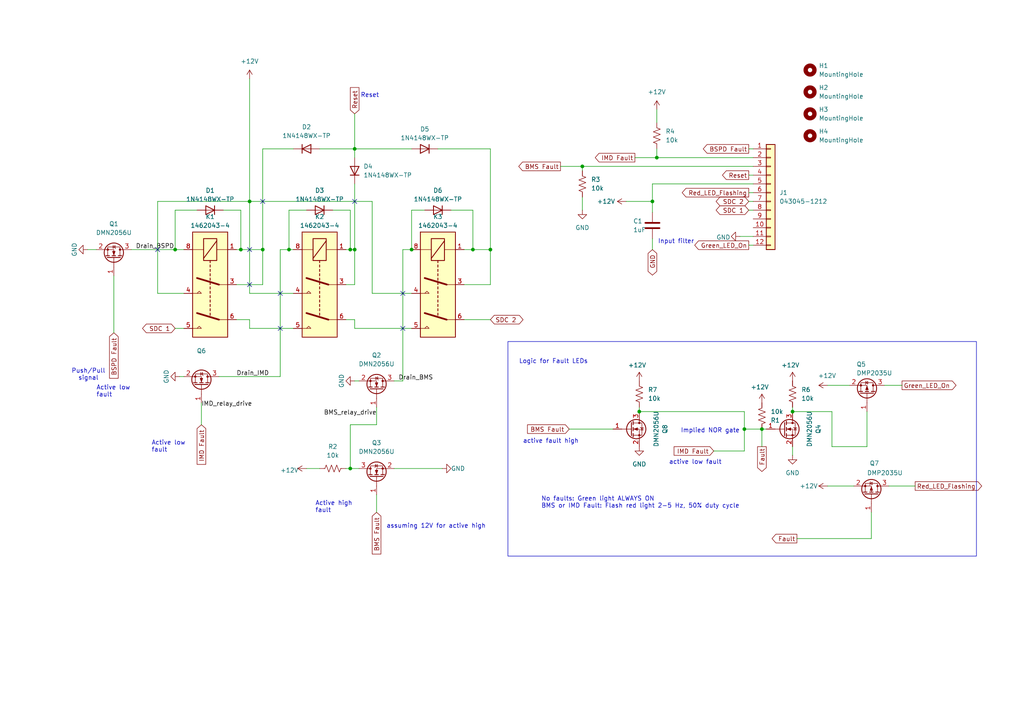
<source format=kicad_sch>
(kicad_sch (version 20250114) (generator "eeschema") (generator_version "9.0")
  (paper "A4")
  (lib_symbols
    (symbol "+12V_2" (power) (pin_names (offset 0))
      (property "Value" "+12V_2" (at 0 3.556 0))
      (symbol "+12V_2_0_1"
        (polyline (pts (xy -0.762 1.27) (xy 0 2.54)))
        (polyline (pts (xy 0 2.54) (xy 0.762 1.27)))
        (polyline (pts (xy 0 0) (xy 0 2.54)))
      )
      (symbol "+12V_2_1_1"
        (pin power_in line (at 0 0 90) (length 0) (hide yes) (name "+12V") (number "1"))
      )
    )
    (symbol "+12V_3" (power) (pin_names (offset 0))
      (property "Value" "+12V_3" (at 0 3.556 0))
      (symbol "+12V_3_0_1"
        (polyline (pts (xy -0.762 1.27) (xy 0 2.54)))
        (polyline (pts (xy 0 2.54) (xy 0.762 1.27)))
        (polyline (pts (xy 0 0) (xy 0 2.54)))
      )
      (symbol "+12V_3_1_1"
        (pin power_in line (at 0 0 90) (length 0) (hide yes) (name "+12V") (number "1"))
      )
    )
    (symbol "+12V_4" (power) (pin_names (offset 0))
      (property "Value" "+12V_4" (at 0 3.556 0))
      (symbol "+12V_4_0_1"
        (polyline (pts (xy -0.762 1.27) (xy 0 2.54)))
        (polyline (pts (xy 0 2.54) (xy 0.762 1.27)))
        (polyline (pts (xy 0 0) (xy 0 2.54)))
      )
      (symbol "+12V_4_1_1"
        (pin power_in line (at 0 0 90) (length 0) (hide yes) (name "+12V") (number "1"))
      )
    )
    (symbol "Connector_Generic:Conn_01x12" (pin_names (offset 1.016) (hide yes))
      (property "Reference" "J" (at 0 15.24 0))
      (property "Value" "Conn_01x12" (at 0 -17.78 0))
      (symbol "Conn_01x12_1_1"
        (rectangle (start -1.27 13.97) (end 1.27 -16.51) (stroke (width 0.254)) (fill (type background)))
        (rectangle (start -1.27 12.827) (end 0 12.573) (stroke (width 0.1524)))
        (rectangle (start -1.27 10.287) (end 0 10.033) (stroke (width 0.1524)))
        (rectangle (start -1.27 7.747) (end 0 7.493) (stroke (width 0.1524)))
        (rectangle (start -1.27 5.207) (end 0 4.953) (stroke (width 0.1524)))
        (rectangle (start -1.27 2.667) (end 0 2.413) (stroke (width 0.1524)))
        (rectangle (start -1.27 0.127) (end 0 -0.127) (stroke (width 0.1524)))
        (rectangle (start -1.27 -2.413) (end 0 -2.667) (stroke (width 0.1524)))
        (rectangle (start -1.27 -4.953) (end 0 -5.207) (stroke (width 0.1524)))
        (rectangle (start -1.27 -7.493) (end 0 -7.747) (stroke (width 0.1524)))
        (rectangle (start -1.27 -10.033) (end 0 -10.287) (stroke (width 0.1524)))
        (rectangle (start -1.27 -12.573) (end 0 -12.827) (stroke (width 0.1524)))
        (rectangle (start -1.27 -15.113) (end 0 -15.367) (stroke (width 0.1524)))
        (pin passive line (at -5.08 12.7 0) (length 3.81) (name "Pin_1") (number "1"))
        (pin passive line (at -5.08 10.16 0) (length 3.81) (name "Pin_2") (number "2"))
        (pin passive line (at -5.08 7.62 0) (length 3.81) (name "Pin_3") (number "3"))
        (pin passive line (at -5.08 5.08 0) (length 3.81) (name "Pin_4") (number "4"))
        (pin passive line (at -5.08 2.54 0) (length 3.81) (name "Pin_5") (number "5"))
        (pin passive line (at -5.08 0 0) (length 3.81) (name "Pin_6") (number "6"))
        (pin passive line (at -5.08 -2.54 0) (length 3.81) (name "Pin_7") (number "7"))
        (pin passive line (at -5.08 -5.08 0) (length 3.81) (name "Pin_8") (number "8"))
        (pin passive line (at -5.08 -7.62 0) (length 3.81) (name "Pin_9") (number "9"))
        (pin passive line (at -5.08 -10.16 0) (length 3.81) (name "Pin_10") (number "10"))
        (pin passive line (at -5.08 -12.7 0) (length 3.81) (name "Pin_11") (number "11"))
        (pin passive line (at -5.08 -15.24 0) (length 3.81) (name "Pin_12") (number "12"))
      )
    )
    (symbol "Device:C" (pin_numbers (hide yes)) (pin_names (offset 0.254))
      (property "Reference" "C" (at 0.635 2.54 0))
      (property "Value" "C" (at 0.635 -2.54 0))
      (symbol "C_0_1"
        (polyline (pts (xy -2.032 0.762) (xy 2.032 0.762)) (stroke (width 0.508)))
        (polyline (pts (xy -2.032 -0.762) (xy 2.032 -0.762)) (stroke (width 0.508)))
      )
      (symbol "C_1_1"
        (pin passive line (at 0 3.81 270) (length 2.794) (name "~") (number "1"))
        (pin passive line (at 0 -3.81 90) (length 2.794) (name "~") (number "2"))
      )
    )
    (symbol "Device:R_US" (pin_numbers (hide yes)) (pin_names (offset 0))
      (property "Reference" "R" (at 2.54 0 90))
      (property "Value" "R_US" (at -2.54 0 90))
      (symbol "R_US_0_1"
        (polyline (pts (xy 0 2.286) (xy 0 2.54)))
        (polyline (pts (xy 0 2.286) (xy 1.016 1.905) (xy 0 1.524) (xy -1.016 1.143) (xy 0 0.762)))
        (polyline (pts (xy 0 0.762) (xy 1.016 0.381) (xy 0 0) (xy -1.016 -0.381) (xy 0 -0.762)))
        (polyline (pts (xy 0 -0.762) (xy 1.016 -1.143) (xy 0 -1.524) (xy -1.016 -1.905) (xy 0 -2.286)))
        (polyline (pts (xy 0 -2.286) (xy 0 -2.54)))
      )
      (symbol "R_US_1_1"
        (pin passive line (at 0 3.81 270) (length 1.27) (name "~") (number "1"))
        (pin passive line (at 0 -3.81 90) (length 1.27) (name "~") (number "2"))
      )
    )
    (symbol "Diode:1N4148" (pin_numbers (hide yes)) (pin_names (hide yes))
      (property "Reference" "D" (at 0 2.54 0))
      (property "Value" "1N4148" (at 0 -2.54 0))
      (symbol "1N4148_0_1"
        (polyline (pts (xy -1.27 1.27) (xy -1.27 -1.27)) (stroke (width 0.254)))
        (polyline (pts (xy 1.27 1.27) (xy 1.27 -1.27) (xy -1.27 0) (xy 1.27 1.27)) (stroke (width 0.254)))
        (polyline (pts (xy 1.27 0) (xy -1.27 0)))
      )
      (symbol "1N4148_1_1"
        (pin passive line (at -3.81 0 0) (length 2.54) (name "K") (number "1"))
        (pin passive line (at 3.81 0 180) (length 2.54) (name "A") (number "2"))
      )
    )
    (symbol "GND_1" (power) (pin_names (offset 0))
      (property "Value" "GND_1" (at 0 -3.81 0))
      (symbol "GND_1_0_1"
        (polyline (pts (xy 0 0) (xy 0 -1.27) (xy 1.27 -1.27) (xy 0 -2.54) (xy -1.27 -1.27) (xy 0 -1.27)))
      )
      (symbol "GND_1_1_1"
        (pin power_in line (at 0 0 270) (length 0) (hide yes) (name "GND") (number "1"))
      )
    )
    (symbol "GND_2" (power) (pin_names (offset 0))
      (property "Value" "GND_2" (at 0 -3.81 0))
      (symbol "GND_2_0_1"
        (polyline (pts (xy 0 0) (xy 0 -1.27) (xy 1.27 -1.27) (xy 0 -2.54) (xy -1.27 -1.27) (xy 0 -1.27)))
      )
      (symbol "GND_2_1_1"
        (pin power_in line (at 0 0 270) (length 0) (hide yes) (name "GND") (number "1"))
      )
    )
    (symbol "GND_3" (power) (pin_numbers (hide yes)) (pin_names (offset 0) (hide yes))
      (property "Value" "GND" (at 0 -3.81 0))
      (symbol "GND_3_0_1"
        (polyline (pts (xy 0 0) (xy 0 -1.27) (xy 1.27 -1.27) (xy 0 -2.54) (xy -1.27 -1.27) (xy 0 -1.27)))
      )
      (symbol "GND_3_1_1"
        (pin power_in line (at 0 0 270) (length 0) (name "~") (number "1"))
      )
    )
    (symbol "GND_4" (power) (pin_names (offset 0))
      (property "Value" "GND_4" (at 0 -3.81 0))
      (symbol "GND_4_0_1"
        (polyline (pts (xy 0 0) (xy 0 -1.27) (xy 1.27 -1.27) (xy 0 -2.54) (xy -1.27 -1.27) (xy 0 -1.27)))
      )
      (symbol "GND_4_1_1"
        (pin power_in line (at 0 0 270) (length 0) (hide yes) (name "GND") (number "1"))
      )
    )
    (symbol "GND_6" (power) (pin_names (offset 0))
      (property "Value" "GND_6" (at 0 -3.81 0))
      (symbol "GND_6_0_1"
        (polyline (pts (xy 0 0) (xy 0 -1.27) (xy 1.27 -1.27) (xy 0 -2.54) (xy -1.27 -1.27) (xy 0 -1.27)))
      )
      (symbol "GND_6_1_1"
        (pin power_in line (at 0 0 270) (length 0) (hide yes) (name "GND") (number "1"))
      )
    )
    (symbol "Mechanical:MountingHole" (pin_names (offset 1.016)) (exclude_from_sim yes) (in_bom no)
      (property "Reference" "H" (at 0 5.08 0))
      (property "Value" "MountingHole" (at 0 3.175 0))
      (symbol "MountingHole_0_1"
        (circle (center 0 0) (radius 1.27) (stroke (width 1.27)))
      )
    )
    (symbol "RT44xxxx_2"
      (property "Reference" "K4" (at -19.685 0 90))
      (property "Value" "1462043-4" (at -17.145 0 90))
      (symbol "RT44xxxx_2_0_1"
        (rectangle (start -15.24 5.08) (end 15.24 -5.08) (stroke (width 0.254)) (fill (type background)))
        (rectangle (start -13.335 1.905) (end -6.985 -1.905) (stroke (width 0.254)))
        (polyline (pts (xy -12.7 -1.905) (xy -7.62 1.905)) (stroke (width 0.254)))
        (polyline (pts (xy -10.16 5.08) (xy -10.16 1.905)))
        (polyline (pts (xy -10.16 -5.08) (xy -10.16 -1.905)))
        (polyline (pts (xy -6.985 0) (xy -6.35 0)) (stroke (width 0.254)))
        (polyline (pts (xy -5.715 0) (xy -5.08 0)) (stroke (width 0.254)))
        (polyline (pts (xy -4.445 0) (xy -3.81 0)) (stroke (width 0.254)))
        (polyline (pts (xy -3.175 0) (xy -2.54 0)) (stroke (width 0.254)))
        (polyline (pts (xy -1.905 0) (xy -1.27 0)) (stroke (width 0.254)))
        (polyline (pts (xy -0.635 0) (xy 0 0)) (stroke (width 0.254)))
        (polyline (pts (xy 0 -2.54) (xy -1.905 3.81)) (stroke (width 0.508)))
        (polyline (pts (xy 0 -2.54) (xy 0 -5.08)))
        (polyline (pts (xy 0.635 0) (xy 1.27 0)) (stroke (width 0.254)))
        (polyline (pts (xy 1.905 0) (xy 2.54 0)) (stroke (width 0.254)))
        (polyline (pts (xy 2.54 5.08) (xy 2.54 2.54) (xy 1.905 3.175) (xy 2.54 3.81)))
        (polyline (pts (xy 3.175 0) (xy 3.81 0)) (stroke (width 0.254)))
        (polyline (pts (xy 4.445 0) (xy 5.08 0)) (stroke (width 0.254)))
        (polyline (pts (xy 5.715 0) (xy 6.35 0)) (stroke (width 0.254)))
        (polyline (pts (xy 6.985 0) (xy 7.62 0)) (stroke (width 0.254)))
        (polyline (pts (xy 8.255 0) (xy 8.89 0)) (stroke (width 0.254)))
        (polyline (pts (xy 10.16 -2.54) (xy 8.255 3.81)) (stroke (width 0.508)))
        (polyline (pts (xy 10.16 -2.54) (xy 10.16 -5.08)))
        (polyline (pts (xy 12.7 5.08) (xy 12.7 2.54) (xy 12.065 3.175) (xy 12.7 3.81)))
      )
      (symbol "RT44xxxx_2_1_1"
        (pin passive line (at -10.16 7.62 270) (length 2.54) (name "~") (number "8"))
        (pin passive line (at -10.16 -7.62 90) (length 2.54) (name "~") (number "1"))
        (pin passive line (at 0 -7.62 90) (length 2.54) (name "~") (number "3"))
        (pin passive line (at 2.54 7.62 270) (length 2.54) (name "~") (number "4"))
        (pin passive line (at 10.16 -7.62 90) (length 2.54) (name "~") (number "6"))
        (pin passive line (at 12.7 7.62 270) (length 2.54) (name "~") (number "5"))
      )
    )
    (symbol "Transistor_FET:AO3401A" (pin_names (hide yes))
      (property "Reference" "Q" (at 5.08 1.905 0))
      (property "Value" "AO3401A" (at 5.08 0 0))
      (symbol "AO3401A_0_1"
        (polyline (pts (xy 0.254 1.905) (xy 0.254 -1.905)) (stroke (width 0.254)))
        (polyline (pts (xy 0.254 0) (xy -2.54 0)))
        (polyline (pts (xy 0.762 2.286) (xy 0.762 1.27)) (stroke (width 0.254)))
        (polyline (pts (xy 0.762 1.778) (xy 3.302 1.778) (xy 3.302 -1.778) (xy 0.762 -1.778)))
        (polyline (pts (xy 0.762 0.508) (xy 0.762 -0.508)) (stroke (width 0.254)))
        (polyline (pts (xy 0.762 -1.27) (xy 0.762 -2.286)) (stroke (width 0.254)))
        (circle (center 1.651 0) (radius 2.794) (stroke (width 0.254)))
        (polyline (pts (xy 2.286 0) (xy 1.27 0.381) (xy 1.27 -0.381) (xy 2.286 0)) (fill (type outline)))
        (polyline (pts (xy 2.54 2.54) (xy 2.54 1.778)))
        (circle (center 2.54 1.778) (radius 0.254) (fill (type outline)))
        (circle (center 2.54 -1.778) (radius 0.254) (fill (type outline)))
        (polyline (pts (xy 2.54 -2.54) (xy 2.54 0) (xy 0.762 0)))
        (polyline (pts (xy 2.794 -0.508) (xy 2.921 -0.381) (xy 3.683 -0.381) (xy 3.81 -0.254)))
        (polyline (pts (xy 3.302 -0.381) (xy 2.921 0.254) (xy 3.683 0.254) (xy 3.302 -0.381)))
      )
      (symbol "AO3401A_1_1"
        (pin input line (at -5.08 0 0) (length 2.54) (name "G") (number "1"))
        (pin passive line (at 2.54 5.08 270) (length 2.54) (name "D") (number "3"))
        (pin passive line (at 2.54 -5.08 90) (length 2.54) (name "S") (number "2"))
      )
    )
    (symbol "Transistor_FET:DMN2056U" (pin_names (hide yes))
      (property "Reference" "Q" (at 5.08 1.905 0))
      (property "Value" "DMN2056U" (at 5.08 0 0))
      (symbol "DMN2056U_0_1"
        (polyline (pts (xy 0.254 1.905) (xy 0.254 -1.905)) (stroke (width 0.254)))
        (polyline (pts (xy 0.254 0) (xy -2.54 0)))
        (polyline (pts (xy 0.762 2.286) (xy 0.762 1.27)) (stroke (width 0.254)))
        (polyline (pts (xy 0.762 0.508) (xy 0.762 -0.508)) (stroke (width 0.254)))
        (polyline (pts (xy 0.762 -1.27) (xy 0.762 -2.286)) (stroke (width 0.254)))
        (polyline (pts (xy 0.762 -1.778) (xy 3.302 -1.778) (xy 3.302 1.778) (xy 0.762 1.778)))
        (polyline (pts (xy 1.016 0) (xy 2.032 0.381) (xy 2.032 -0.381) (xy 1.016 0)) (fill (type outline)))
        (circle (center 1.651 0) (radius 2.794) (stroke (width 0.254)))
        (polyline (pts (xy 2.54 2.54) (xy 2.54 1.778)))
        (circle (center 2.54 1.778) (radius 0.254) (fill (type outline)))
        (circle (center 2.54 -1.778) (radius 0.254) (fill (type outline)))
        (polyline (pts (xy 2.54 -2.54) (xy 2.54 0) (xy 0.762 0)))
        (polyline (pts (xy 2.794 0.508) (xy 2.921 0.381) (xy 3.683 0.381) (xy 3.81 0.254)))
        (polyline (pts (xy 3.302 0.381) (xy 2.921 -0.254) (xy 3.683 -0.254) (xy 3.302 0.381)))
      )
      (symbol "DMN2056U_1_1"
        (pin input line (at -5.08 0 0) (length 2.54) (name "G") (number "1"))
        (pin passive line (at 2.54 5.08 270) (length 2.54) (name "D") (number "3"))
        (pin passive line (at 2.54 -5.08 90) (length 2.54) (name "S") (number "2"))
      )
    )
  )
  (rectangle (start 147.32 99.06) (end 283.21 161.29))
  (text "Implied NOR gate" (at 205.994 124.968 0) (effects (font (size 1.27 1.27))))
  (text "Reset\n" (at 109.982 28.448 0) (effects (font (size 1.27 1.27)) (justify right bottom)))
  (text "Push/Pull\nsignal" (at 25.654 108.712 0) (effects (font (size 1.27 1.27))))
  (text "Logic for Fault LEDs" (at 160.528 104.902 0) (effects (font (size 1.27 1.27))))
  (text "Active high\nfault\n" (at 91.44 148.844 0) (effects (font (size 1.27 1.27)) (justify left bottom)))
  (text "active low fault" (at 201.676 134.112 0) (effects (font (size 1.27 1.27))))
  (text "Active low \nfault" (at 27.94 115.316 0) (effects (font (size 1.27 1.27)) (justify left bottom)))
  (text "Input filter" (at 196.088 70.104 0) (effects (font (size 1.27 1.27))))
  (text "Active low\nfault" (at 43.942 131.318 0) (effects (font (size 1.27 1.27)) (justify left bottom)))
  (text "active fault high" (at 159.766 128.016 0) (effects (font (size 1.27 1.27))))
  (text "assuming 12V for active high\n" (at 126.492 152.654 0) (effects (font (size 1.27 1.27))))
  (text "No faults: Green light ALWAYS ON\nBMS or IMD Fault: Flash red light 2-5 Hz, 50% duty cycle" (at 156.972 145.796 0) (effects (font (size 1.27 1.27)) (justify left)))
  (junction (at 215.9 124.46))
  (junction (at 83.82 72.39))
  (junction (at 102.87 43.18))
  (junction (at 102.87 72.39))
  (junction (at 185.42 119.38))
  (junction (at 142.24 72.39))
  (junction (at 72.39 58.42))
  (junction (at 220.98 124.46))
  (junction (at 101.6 72.39))
  (junction (at 190.5 45.72))
  (junction (at 101.6 135.89))
  (junction (at 229.87 119.38))
  (junction (at 50.8 72.39))
  (junction (at 168.91 48.26))
  (junction (at 69.85 72.39))
  (junction (at 137.16 72.39))
  (junction (at 76.2 72.39))
  (junction (at 119.38 72.39))
  (junction (at 189.23 58.42))
  (no_connect (at 72.39 82.55))
  (no_connect (at 81.28 85.09))
  (no_connect (at 116.84 85.09))
  (no_connect (at 76.2 58.42))
  (no_connect (at 45.72 72.39))
  (no_connect (at 72.39 72.39))
  (no_connect (at 81.28 95.25))
  (no_connect (at 116.84 95.25))
  (no_connect (at 102.87 58.42))
  (wire (pts (xy 142.24 43.18) (xy 142.24 72.39)))
  (wire (pts (xy 102.87 53.34) (xy 102.87 72.39)))
  (wire (pts (xy 190.5 45.72) (xy 218.44 45.72)))
  (wire (pts (xy 100.33 82.55) (xy 102.87 82.55)))
  (wire (pts (xy 102.87 43.18) (xy 102.87 45.72)))
  (wire (pts (xy 127 43.18) (xy 142.24 43.18)))
  (wire (pts (xy 116.84 110.49) (xy 114.3 110.49)))
  (wire (pts (xy 251.46 119.38) (xy 251.46 129.54)))
  (wire (pts (xy 101.6 72.39) (xy 100.33 72.39)))
  (wire (pts (xy 72.39 22.86) (xy 72.39 58.42)))
  (wire (pts (xy 101.6 123.19) (xy 109.22 123.19)))
  (wire (pts (xy 116.84 72.39) (xy 116.84 110.49)))
  (wire (pts (xy 69.85 60.96) (xy 69.85 72.39)))
  (wire (pts (xy 64.77 60.96) (xy 69.85 60.96)))
  (wire (pts (xy 83.82 60.96) (xy 83.82 72.39)))
  (wire (pts (xy 109.22 123.19) (xy 109.22 118.11)))
  (wire (pts (xy 68.58 82.55) (xy 76.2 82.55)))
  (wire (pts (xy 72.39 58.42) (xy 45.72 58.42)))
  (wire (pts (xy 217.17 58.42) (xy 218.44 58.42)))
  (wire (pts (xy 137.16 60.96) (xy 137.16 72.39)))
  (wire (pts (xy 102.87 110.49) (xy 104.14 110.49)))
  (wire (pts (xy 116.84 72.39) (xy 119.38 72.39)))
  (wire (pts (xy 142.24 82.55) (xy 142.24 72.39)))
  (wire (pts (xy 215.9 124.46) (xy 215.9 130.81)))
  (wire (pts (xy 185.42 118.11) (xy 185.42 119.38)))
  (wire (pts (xy 189.23 53.34) (xy 218.44 53.34)))
  (wire (pts (xy 102.87 43.18) (xy 119.38 43.18)))
  (wire (pts (xy 52.07 109.22) (xy 53.34 109.22)))
  (wire (pts (xy 181.61 58.42) (xy 189.23 58.42)))
  (wire (pts (xy 252.73 148.59) (xy 252.73 156.21)))
  (wire (pts (xy 240.03 140.97) (xy 247.65 140.97)))
  (wire (pts (xy 134.62 92.71) (xy 142.24 92.71)))
  (wire (pts (xy 33.02 80.01) (xy 33.02 96.52)))
  (wire (pts (xy 81.28 72.39) (xy 81.28 109.22)))
  (wire (pts (xy 190.5 43.18) (xy 190.5 45.72)))
  (wire (pts (xy 257.81 140.97) (xy 265.43 140.97)))
  (wire (pts (xy 102.87 33.02) (xy 102.87 43.18)))
  (wire (pts (xy 130.81 60.96) (xy 137.16 60.96)))
  (wire (pts (xy 102.87 72.39) (xy 101.6 72.39)))
  (wire (pts (xy 50.8 95.25) (xy 53.34 95.25)))
  (wire (pts (xy 69.85 72.39) (xy 68.58 72.39)))
  (wire (pts (xy 190.5 31.75) (xy 190.5 35.56)))
  (wire (pts (xy 100.33 92.71) (xy 102.87 92.71)))
  (wire (pts (xy 165.1 124.46) (xy 177.8 124.46)))
  (wire (pts (xy 220.98 124.46) (xy 215.9 124.46)))
  (wire (pts (xy 241.3 119.38) (xy 241.3 129.54)))
  (wire (pts (xy 88.9 60.96) (xy 83.82 60.96)))
  (wire (pts (xy 220.98 129.54) (xy 220.98 124.46)))
  (wire (pts (xy 240.03 111.76) (xy 246.38 111.76)))
  (wire (pts (xy 100.33 135.89) (xy 101.6 135.89)))
  (wire (pts (xy 63.5 109.22) (xy 81.28 109.22)))
  (wire (pts (xy 45.72 85.09) (xy 53.34 85.09)))
  (wire (pts (xy 101.6 135.89) (xy 104.14 135.89)))
  (wire (pts (xy 83.82 72.39) (xy 85.09 72.39)))
  (wire (pts (xy 102.87 95.25) (xy 119.38 95.25)))
  (wire (pts (xy 81.28 72.39) (xy 83.82 72.39)))
  (wire (pts (xy 185.42 119.38) (xy 215.9 119.38)))
  (wire (pts (xy 229.87 118.11) (xy 229.87 119.38)))
  (wire (pts (xy 76.2 82.55) (xy 76.2 72.39)))
  (wire (pts (xy 184.15 45.72) (xy 190.5 45.72)))
  (wire (pts (xy 168.91 48.26) (xy 168.91 49.53)))
  (wire (pts (xy 231.14 156.21) (xy 252.73 156.21)))
  (wire (pts (xy 72.39 58.42) (xy 107.95 58.42)))
  (wire (pts (xy 101.6 123.19) (xy 101.6 135.89)))
  (wire (pts (xy 217.17 43.18) (xy 218.44 43.18)))
  (wire (pts (xy 72.39 95.25) (xy 85.09 95.25)))
  (wire (pts (xy 72.39 92.71) (xy 68.58 92.71)))
  (wire (pts (xy 76.2 43.18) (xy 76.2 72.39)))
  (wire (pts (xy 72.39 85.09) (xy 85.09 85.09)))
  (wire (pts (xy 137.16 72.39) (xy 134.62 72.39)))
  (wire (pts (xy 217.17 55.88) (xy 218.44 55.88)))
  (wire (pts (xy 229.87 129.54) (xy 229.87 132.08)))
  (wire (pts (xy 220.98 124.46) (xy 222.25 124.46)))
  (wire (pts (xy 189.23 58.42) (xy 189.23 53.34)))
  (wire (pts (xy 119.38 60.96) (xy 119.38 72.39)))
  (wire (pts (xy 256.54 111.76) (xy 261.62 111.76)))
  (wire (pts (xy 107.95 58.42) (xy 107.95 85.09)))
  (wire (pts (xy 38.1 72.39) (xy 50.8 72.39)))
  (wire (pts (xy 217.17 50.8) (xy 218.44 50.8)))
  (wire (pts (xy 241.3 129.54) (xy 251.46 129.54)))
  (wire (pts (xy 57.15 60.96) (xy 50.8 60.96)))
  (wire (pts (xy 72.39 58.42) (xy 72.39 85.09)))
  (wire (pts (xy 109.22 143.51) (xy 109.22 148.59)))
  (wire (pts (xy 207.01 130.81) (xy 215.9 130.81)))
  (wire (pts (xy 85.09 43.18) (xy 76.2 43.18)))
  (wire (pts (xy 168.91 48.26) (xy 218.44 48.26)))
  (wire (pts (xy 45.72 58.42) (xy 45.72 85.09)))
  (wire (pts (xy 189.23 58.42) (xy 189.23 61.595)))
  (wire (pts (xy 217.17 60.96) (xy 218.44 60.96)))
  (wire (pts (xy 101.6 60.96) (xy 101.6 72.39)))
  (wire (pts (xy 114.3 135.89) (xy 128.27 135.89)))
  (wire (pts (xy 58.42 116.84) (xy 58.42 123.19)))
  (wire (pts (xy 217.17 71.12) (xy 218.44 71.12)))
  (wire (pts (xy 102.87 43.18) (xy 92.71 43.18)))
  (wire (pts (xy 107.95 85.09) (xy 119.38 85.09)))
  (wire (pts (xy 96.52 60.96) (xy 101.6 60.96)))
  (wire (pts (xy 214.63 68.58) (xy 218.44 68.58)))
  (wire (pts (xy 123.19 60.96) (xy 119.38 60.96)))
  (wire (pts (xy 88.9 135.89) (xy 92.71 135.89)))
  (wire (pts (xy 72.39 92.71) (xy 72.39 95.25)))
  (wire (pts (xy 76.2 72.39) (xy 69.85 72.39)))
  (wire (pts (xy 142.24 72.39) (xy 137.16 72.39)))
  (wire (pts (xy 50.8 60.96) (xy 50.8 72.39)))
  (wire (pts (xy 102.87 82.55) (xy 102.87 72.39)))
  (wire (pts (xy 134.62 82.55) (xy 142.24 82.55)))
  (wire (pts (xy 50.8 72.39) (xy 53.34 72.39)))
  (wire (pts (xy 102.87 92.71) (xy 102.87 95.25)))
  (wire (pts (xy 168.91 57.15) (xy 168.91 60.96)))
  (wire (pts (xy 25.4 72.39) (xy 27.94 72.39)))
  (wire (pts (xy 229.87 119.38) (xy 241.3 119.38)))
  (wire (pts (xy 162.56 48.26) (xy 168.91 48.26)))
  (wire (pts (xy 215.9 119.38) (xy 215.9 124.46)))
  (wire (pts (xy 189.23 69.215) (xy 189.23 72.39)))
  (label "Drain_BMS" (at 115.57 110.49 0))
  (label "IMD_relay_drive" (at 58.42 118.11 0))
  (label "BMS_relay_drive" (at 109.22 120.65 180))
  (label "Drain_BSPD" (at 39.37 72.39 0))
  (label "Drain_IMD" (at 68.58 109.22 0))
  (global_label "IMD Fault" (shape input) (at 207.01 130.81 180) (property "Intersheetrefs" "${INTERSHEET_REFS}" (effects (hide yes))))
  (global_label "Green_LED_On" (shape output) (at 261.62 111.76 0) (property "Intersheetrefs" "${INTERSHEET_REFS}" (effects (hide yes))))
  (global_label "Green_LED_On" (shape output) (at 217.17 71.12 180) (property "Intersheetrefs" "${INTERSHEET_REFS}" (effects (hide yes))))
  (global_label "IMD Fault" (shape output) (at 184.15 45.72 180) (property "Intersheetrefs" "${INTERSHEET_REFS}" (effects (hide yes))))
  (global_label "Fault" (shape output) (at 231.14 156.21 180) (property "Intersheetrefs" "${INTERSHEET_REFS}" (effects (hide yes))))
  (global_label "IMD Fault" (shape input) (at 58.42 123.19 270) (property "Intersheetrefs" "${INTERSHEET_REFS}" (effects (hide yes))))
  (global_label "BMS Fault" (shape input) (at 109.22 148.59 270) (property "Intersheetrefs" "${INTERSHEET_REFS}" (effects (hide yes))))
  (global_label "GND" (shape bidirectional) (at 189.23 72.39 270) (property "Intersheetrefs" "${INTERSHEET_REFS}" (effects (hide yes))))
  (global_label "BSPD Fault" (shape input) (at 33.02 96.52 270) (property "Intersheetrefs" "${INTERSHEET_REFS}" (effects (hide yes))))
  (global_label "Reset" (shape output) (at 217.17 50.8 180) (property "Intersheetrefs" "${INTERSHEET_REFS}" (effects (hide yes))))
  (global_label "SDC 2" (shape bidirectional) (at 142.24 92.71 0) (property "Intersheetrefs" "${INTERSHEET_REFS}" (effects (hide yes))))
  (global_label "Red_LED_Flashing" (shape output) (at 265.43 140.97 0) (property "Intersheetrefs" "${INTERSHEET_REFS}" (effects (hide yes))))
  (global_label "SDC 1" (shape bidirectional) (at 217.17 60.96 180) (property "Intersheetrefs" "${INTERSHEET_REFS}" (effects (hide yes))))
  (global_label "Reset" (shape input) (at 102.87 33.02 90) (property "Intersheetrefs" "${INTERSHEET_REFS}" (effects (hide yes))))
  (global_label "Red_LED_Flashing" (shape output) (at 217.17 55.88 180) (property "Intersheetrefs" "${INTERSHEET_REFS}" (effects (hide yes))))
  (global_label "BMS Fault" (shape input) (at 165.1 124.46 180) (property "Intersheetrefs" "${INTERSHEET_REFS}" (effects (hide yes))))
  (global_label "BSPD Fault" (shape output) (at 217.17 43.18 180) (property "Intersheetrefs" "${INTERSHEET_REFS}" (effects (hide yes))))
  (global_label "SDC 1" (shape bidirectional) (at 50.8 95.25 180) (property "Intersheetrefs" "${INTERSHEET_REFS}" (effects (hide yes))))
  (global_label "BMS Fault" (shape output) (at 162.56 48.26 180) (property "Intersheetrefs" "${INTERSHEET_REFS}" (effects (hide yes))))
  (global_label "Fault" (shape output) (at 220.98 129.54 270) (property "Intersheetrefs" "${INTERSHEET_REFS}" (effects (hide yes))))
  (global_label "SDC 2" (shape bidirectional) (at 217.17 58.42 180) (property "Intersheetrefs" "${INTERSHEET_REFS}" (effects (hide yes))))
  (symbol (lib_name "+12V_2") (lib_id "power:+12V") (at 88.9 135.89 90) (unit 1)
    (property "Reference" "#PWR08" (effects (hide yes)))
    (property "Value" "+12V" (at 81.28 136.398 90) (effects (justify right)))
  )
  (symbol (lib_id "Transistor_FET:AO3401A") (at 251.46 114.3 270) (mirror x) (unit 1)
    (property "Reference" "Q5" (at 248.412 105.664 90) (effects (justify left)))
    (property "Value" "DMP2035U" (at 248.412 108.204 90) (effects (justify left)))
    (property "Footprint" "Package_TO_SOT_SMD:SOT-23" (effects (hide yes)))
    (property "Datasheet" "http://www.aosmd.com/pdfs/datasheet/AO3401A.pdf" (effects (hide yes)))
    (property "Description" "-4.0A Id, -30V Vds, P-Channel MOSFET, SOT-23" (effects (hide yes)))
  )
  (symbol (lib_name "GND_6") (lib_id "power:GND") (at 102.87 110.49 270) (unit 1)
    (property "Reference" "#PWR010" (effects (hide yes)))
    (property "Value" "GND" (at 99.06 110.49 0))
  )
  (symbol (lib_id "Diode:1N4148") (at 102.87 49.53 90) (unit 1)
    (property "Reference" "D4" (at 105.41 48.2599 90) (effects (justify right)))
    (property "Value" "1N4148WX-TP" (at 105.41 50.7999 90) (effects (justify right)))
    (property "Footprint" "Diode_SMD:D_SOD-323" (effects (hide yes)))
    (property "Datasheet" "https://assets.nexperia.com/documents/data-sheet/1N4148_1N4448.pdf" (effects (hide yes)))
    (property "Sim.Device" "D" (effects (hide yes)))
    (property "Sim.Pins" "1=K 2=A" (effects (hide yes)))
  )
  (symbol (lib_id "Transistor_FET:DMN2056U") (at 109.22 138.43 90) (unit 1)
    (property "Reference" "Q3" (at 109.22 128.4385 90))
    (property "Value" "DMN2056U" (at 109.22 130.9785 90))
    (property "Footprint" "Package_TO_SOT_SMD:SOT-23" (effects (hide yes)))
    (property "Datasheet" "http://www.diodes.com/assets/Datasheets/DMN2056U.pdf" (effects (hide yes)))
    (property "Description" "4A Id, 20V Vds, N-Channel MOSFET, SOT-23" (effects (hide yes)))
  )
  (symbol (lib_id "Device:R_US") (at 168.91 53.34 0) (unit 1)
    (property "Reference" "R3" (at 171.45 52.0699 0) (effects (justify left)))
    (property "Value" "10k" (at 171.45 54.6099 0) (effects (justify left)))
    (property "Footprint" "Resistor_SMD:R_0805_2012Metric_Pad1.20x1.40mm_HandSolder" (effects (hide yes)))
  )
  (symbol (lib_id "Diode:1N4148") (at 92.71 60.96 180) (unit 1)
    (property "Reference" "D3" (at 92.71 55.245 0))
    (property "Value" "1N4148WX-TP" (at 92.71 57.785 0))
    (property "Footprint" "Diode_SMD:D_SOD-323" (effects (hide yes)))
    (property "Datasheet" "https://assets.nexperia.com/documents/data-sheet/1N4148_1N4448.pdf" (effects (hide yes)))
    (property "Sim.Device" "D" (effects (hide yes)))
    (property "Sim.Pins" "1=K 2=A" (effects (hide yes)))
  )
  (symbol (lib_name "GND_6") (lib_id "power:GND") (at 128.27 135.89 90) (unit 1)
    (property "Reference" "#PWR013" (effects (hide yes)))
    (property "Value" "GND" (at 132.842 135.89 90))
  )
  (symbol (lib_name "RT44xxxx_2") (lib_id "Relay:RT44xxxx") (at 60.96 82.55 90) (mirror x) (unit 1)
    (property "Reference" "K1" (at 60.96 62.865 90))
    (property "Value" "1462043-4" (at 60.96 65.405 90))
    (property "Footprint" "Relay_SMD:Relay_DPDT_AXICOM_IMSeries_JLeg" (effects (hide yes)))
    (property "Datasheet" "http://www.te.com/commerce/DocumentDelivery/DDEController?Action=showdoc&DocId=Data+Sheet%7FRT2%7F1014%7Fpdf%7FEnglish%7FENG_DS_RT2_1014.pdf%7F6-1393243-3" (effects (hide yes)))
  )
  (symbol (lib_name "+12V_2") (lib_id "power:+12V") (at 240.03 140.97 90) (unit 1)
    (property "Reference" "#PWR011" (effects (hide yes)))
    (property "Value" "+12V" (at 231.902 140.97 90) (effects (justify right)))
  )
  (symbol (lib_id "Mechanical:MountingHole") (at 234.95 39.37 0) (unit 1) (exclude_from_sim yes) (in_bom no)
    (property "Reference" "H4" (at 237.49 38.0999 0) (effects (justify left)))
    (property "Value" "MountingHole" (at 237.49 40.6399 0) (effects (justify left)))
    (property "Footprint" "MountingHole:MountingHole_4.3mm_M4" (effects (hide yes)))
    (property "Description" "Mounting Hole without connection" (effects (hide yes)))
  )
  (symbol (lib_id "Transistor_FET:DMN2056U") (at 33.02 74.93 270) (mirror x) (unit 1)
    (property "Reference" "Q1" (at 33.02 64.9385 90))
    (property "Value" "DMN2056U" (at 33.02 67.4785 90))
    (property "Footprint" "Package_TO_SOT_SMD:SOT-23" (effects (hide yes)))
    (property "Datasheet" "http://www.diodes.com/assets/Datasheets/DMN2056U.pdf" (effects (hide yes)))
    (property "Description" "4A Id, 20V Vds, N-Channel MOSFET, SOT-23" (effects (hide yes)))
  )
  (symbol (lib_id "Device:R_US") (at 229.87 114.3 0) (unit 1)
    (property "Reference" "R6" (at 232.41 113.0299 0) (effects (justify left)))
    (property "Value" "10k" (at 232.41 115.5699 0) (effects (justify left)))
    (property "Footprint" "Resistor_SMD:R_0805_2012Metric_Pad1.20x1.40mm_HandSolder" (effects (hide yes)))
  )
  (symbol (lib_id "Diode:1N4148") (at 60.96 60.96 180) (unit 1)
    (property "Reference" "D1" (at 60.96 55.245 0))
    (property "Value" "1N4148WX-TP" (at 60.96 57.785 0))
    (property "Footprint" "Diode_SMD:D_SOD-323" (effects (hide yes)))
    (property "Datasheet" "https://assets.nexperia.com/documents/data-sheet/1N4148_1N4448.pdf" (effects (hide yes)))
    (property "Sim.Device" "D" (effects (hide yes)))
    (property "Sim.Pins" "1=K 2=A" (effects (hide yes)))
  )
  (symbol (lib_id "Device:R_US") (at 220.98 120.65 0) (mirror x) (unit 1)
    (property "Reference" "R1" (at 223.52 121.9201 0) (effects (justify left)))
    (property "Value" "10k" (at 223.52 119.3801 0) (effects (justify left)))
    (property "Footprint" "Resistor_SMD:R_0805_2012Metric_Pad1.20x1.40mm_HandSolder" (effects (hide yes)))
  )
  (symbol (lib_id "Diode:1N4148") (at 123.19 43.18 180) (unit 1)
    (property "Reference" "D5" (at 123.19 37.465 0))
    (property "Value" "1N4148WX-TP" (at 123.19 40.005 0))
    (property "Footprint" "Diode_SMD:D_SOD-323" (effects (hide yes)))
    (property "Datasheet" "https://assets.nexperia.com/documents/data-sheet/1N4148_1N4448.pdf" (effects (hide yes)))
    (property "Sim.Device" "D" (effects (hide yes)))
    (property "Sim.Pins" "1=K 2=A" (effects (hide yes)))
  )
  (symbol (lib_name "RT44xxxx_2") (lib_id "Relay:RT44xxxx") (at 127 82.55 90) (mirror x) (unit 1)
    (property "Reference" "K3" (at 127 62.865 90))
    (property "Value" "1462043-4" (at 127 65.405 90))
    (property "Footprint" "Relay_SMD:Relay_DPDT_AXICOM_IMSeries_JLeg" (effects (hide yes)))
    (property "Datasheet" "http://www.te.com/commerce/DocumentDelivery/DDEController?Action=showdoc&DocId=Data+Sheet%7FRT2%7F1014%7Fpdf%7FEnglish%7FENG_DS_RT2_1014.pdf%7F6-1393243-3" (effects (hide yes)))
  )
  (symbol (lib_id "Device:C") (at 189.23 65.405 0) (unit 1)
    (property "Reference" "C1" (at 183.642 64.135 0) (effects (justify left)))
    (property "Value" "1uF" (at 183.642 66.675 0) (effects (justify left)))
    (property "Footprint" "Capacitor_SMD:C_0805_2012Metric_Pad1.18x1.45mm_HandSolder" (effects (hide yes)))
    (property "Description" "Unpolarized capacitor" (effects (hide yes)))
  )
  (symbol (lib_name "+12V_2") (lib_id "power:+12V") (at 240.03 111.76 90) (unit 1)
    (property "Reference" "#PWR06" (effects (hide yes)))
    (property "Value" "+12V" (at 237.236 108.966 90) (effects (justify right)))
  )
  (symbol (lib_id "Mechanical:MountingHole") (at 234.95 33.02 0) (unit 1) (exclude_from_sim yes) (in_bom no)
    (property "Reference" "H3" (at 237.49 31.7499 0) (effects (justify left)))
    (property "Value" "MountingHole" (at 237.49 34.2899 0) (effects (justify left)))
    (property "Footprint" "MountingHole:MountingHole_4.3mm_M4" (effects (hide yes)))
    (property "Description" "Mounting Hole without connection" (effects (hide yes)))
  )
  (symbol (lib_name "+12V_4") (lib_id "power:+12V") (at 72.39 22.86 0) (unit 1)
    (property "Reference" "#PWR05" (effects (hide yes)))
    (property "Value" "+12V" (at 72.39 17.78 0))
  )
  (symbol (lib_id "Transistor_FET:DMN2056U") (at 227.33 124.46 0) (unit 1)
    (property "Reference" "Q4" (at 237.3215 124.46 90))
    (property "Value" "DMN2056U" (at 234.7815 124.46 90))
    (property "Footprint" "Package_TO_SOT_SMD:SOT-23" (effects (hide yes)))
    (property "Datasheet" "http://www.diodes.com/assets/Datasheets/DMN2056U.pdf" (effects (hide yes)))
    (property "Description" "4A Id, 20V Vds, N-Channel MOSFET, SOT-23" (effects (hide yes)))
  )
  (symbol (lib_id "Transistor_FET:DMN2056U") (at 109.22 113.03 270) (mirror x) (unit 1)
    (property "Reference" "Q2" (at 109.22 103.0385 90))
    (property "Value" "DMN2056U" (at 109.22 105.5785 90))
    (property "Footprint" "Package_TO_SOT_SMD:SOT-23" (effects (hide yes)))
    (property "Datasheet" "http://www.diodes.com/assets/Datasheets/DMN2056U.pdf" (effects (hide yes)))
    (property "Description" "4A Id, 20V Vds, N-Channel MOSFET, SOT-23" (effects (hide yes)))
  )
  (symbol (lib_id "Diode:1N4148") (at 88.9 43.18 0) (unit 1)
    (property "Reference" "D2" (at 88.9 36.83 0))
    (property "Value" "1N4148WX-TP" (at 88.9 39.37 0))
    (property "Footprint" "Diode_SMD:D_SOD-323" (effects (hide yes)))
    (property "Datasheet" "https://assets.nexperia.com/documents/data-sheet/1N4148_1N4448.pdf" (effects (hide yes)))
    (property "Sim.Device" "D" (effects (hide yes)))
    (property "Sim.Pins" "1=K 2=A" (effects (hide yes)))
  )
  (symbol (lib_name "GND_3") (lib_id "power:GND") (at 229.87 132.08 0) (unit 1)
    (property "Reference" "#PWR022" (effects (hide yes)))
    (property "Value" "GND" (at 229.87 137.16 0))
    (property "Description" "Power symbol creates a global label with name \"GND\" , ground" (effects (hide yes)))
  )
  (symbol (lib_name "GND_1") (lib_id "power:GND") (at 25.4 72.39 270) (unit 1)
    (property "Reference" "#PWR01" (effects (hide yes)))
    (property "Value" "GND" (at 21.59 72.39 0))
  )
  (symbol (lib_name "+12V_3") (lib_id "power:+12V") (at 190.5 31.75 0) (unit 1)
    (property "Reference" "#PWR019" (effects (hide yes)))
    (property "Value" "+12V" (at 190.5 26.67 0))
  )
  (symbol (lib_name "+12V_2") (lib_id "power:+12V") (at 220.98 116.84 0) (unit 1)
    (property "Reference" "#PWR02" (effects (hide yes)))
    (property "Value" "+12V" (at 223.012 112.268 0) (effects (justify right)))
  )
  (symbol (lib_name "+12V_2") (lib_id "power:+12V") (at 185.42 110.49 0) (unit 1)
    (property "Reference" "#PWR07" (effects (hide yes)))
    (property "Value" "+12V" (at 187.452 105.918 0) (effects (justify right)))
  )
  (symbol (lib_id "Device:R_US") (at 190.5 39.37 0) (unit 1)
    (property "Reference" "R4" (at 193.04 38.0999 0) (effects (justify left)))
    (property "Value" "10k" (at 193.04 40.6399 0) (effects (justify left)))
    (property "Footprint" "Resistor_SMD:R_0805_2012Metric_Pad1.20x1.40mm_HandSolder" (effects (hide yes)))
  )
  (symbol (lib_id "Transistor_FET:DMN2056U") (at 58.42 111.76 270) (mirror x) (unit 1)
    (property "Reference" "Q6" (at 58.42 101.7685 90))
    (property "Value" "DMN2056U" (effects (hide yes)))
    (property "Footprint" "Package_TO_SOT_SMD:SOT-23" (effects (hide yes)))
    (property "Datasheet" "http://www.diodes.com/assets/Datasheets/DMN2056U.pdf" (effects (hide yes)))
    (property "Description" "4A Id, 20V Vds, N-Channel MOSFET, SOT-23" (effects (hide yes)))
  )
  (symbol (lib_id "Device:R_US") (at 185.42 114.3 0) (unit 1)
    (property "Reference" "R7" (at 187.96 113.0299 0) (effects (justify left)))
    (property "Value" "10k" (at 187.96 115.5699 0) (effects (justify left)))
    (property "Footprint" "Resistor_SMD:R_0805_2012Metric_Pad1.20x1.40mm_HandSolder" (effects (hide yes)))
  )
  (symbol (lib_name "GND_4") (lib_id "power:GND") (at 214.63 68.58 270) (unit 1)
    (property "Reference" "#PWR015" (effects (hide yes)))
    (property "Value" "GND" (at 209.804 68.834 90))
  )
  (symbol (lib_id "Mechanical:MountingHole") (at 234.95 26.67 0) (unit 1) (exclude_from_sim yes) (in_bom no)
    (property "Reference" "H2" (at 237.49 25.3999 0) (effects (justify left)))
    (property "Value" "MountingHole" (at 237.49 27.9399 0) (effects (justify left)))
    (property "Footprint" "MountingHole:MountingHole_4.3mm_M4" (effects (hide yes)))
    (property "Description" "Mounting Hole without connection" (effects (hide yes)))
  )
  (symbol (lib_id "Transistor_FET:AO3401A") (at 252.73 143.51 270) (mirror x) (unit 1)
    (property "Reference" "Q7" (at 252.222 134.366 90) (effects (justify left)))
    (property "Value" "DMP2035U" (at 251.4601 137.16 90) (effects (justify left)))
    (property "Footprint" "Package_TO_SOT_SMD:SOT-23" (effects (hide yes)))
    (property "Datasheet" "http://www.aosmd.com/pdfs/datasheet/AO3401A.pdf" (effects (hide yes)))
    (property "Description" "-4.0A Id, -30V Vds, P-Channel MOSFET, SOT-23" (effects (hide yes)))
  )
  (symbol (lib_id "Mechanical:MountingHole") (at 234.95 20.32 0) (unit 1) (exclude_from_sim yes) (in_bom no)
    (property "Reference" "H1" (at 237.49 19.0499 0) (effects (justify left)))
    (property "Value" "MountingHole" (at 237.49 21.5899 0) (effects (justify left)))
    (property "Footprint" "MountingHole:MountingHole_4.3mm_M4" (effects (hide yes)))
    (property "Description" "Mounting Hole without connection" (effects (hide yes)))
  )
  (symbol (lib_name "GND_3") (lib_id "power:GND") (at 168.91 60.96 0) (unit 1)
    (property "Reference" "#PWR018" (effects (hide yes)))
    (property "Value" "GND" (at 168.91 66.04 0))
    (property "Description" "Power symbol creates a global label with name \"GND\" , ground" (effects (hide yes)))
  )
  (symbol (lib_name "+12V_3") (lib_id "power:+12V") (at 181.61 58.42 90) (unit 1)
    (property "Reference" "#PWR014" (effects (hide yes)))
    (property "Value" "+12V" (at 178.435 58.42 90) (effects (justify left)))
  )
  (symbol (lib_id "Connector_Generic:Conn_01x12") (at 223.52 55.88 0) (unit 1)
    (property "Reference" "J1" (at 226.06 55.8799 0) (effects (justify left)))
    (property "Value" "043045-1212" (at 226.06 58.4199 0) (effects (justify left)))
    (property "Footprint" "Connector_Molex:Molex_Micro-Fit_3.0_43045-1212_2x06_P3.00mm_Vertical" (effects (hide yes)))
  )
  (symbol (lib_id "Transistor_FET:DMN2056U") (at 182.88 124.46 0) (unit 1)
    (property "Reference" "Q8" (at 192.8715 124.46 90))
    (property "Value" "DMN2056U" (at 190.3315 124.46 90))
    (property "Footprint" "Package_TO_SOT_SMD:SOT-23" (effects (hide yes)))
    (property "Datasheet" "http://www.diodes.com/assets/Datasheets/DMN2056U.pdf" (effects (hide yes)))
    (property "Description" "4A Id, 20V Vds, N-Channel MOSFET, SOT-23" (effects (hide yes)))
  )
  (symbol (lib_name "RT44xxxx_2") (lib_id "Relay:RT44xxxx") (at 92.71 82.55 90) (mirror x) (unit 1)
    (property "Reference" "K2" (at 92.71 62.865 90))
    (property "Value" "1462043-4" (at 92.71 65.405 90))
    (property "Footprint" "Relay_SMD:Relay_DPDT_AXICOM_IMSeries_JLeg" (effects (hide yes)))
    (property "Datasheet" "http://www.te.com/commerce/DocumentDelivery/DDEController?Action=showdoc&DocId=Data+Sheet%7FRT2%7F1014%7Fpdf%7FEnglish%7FENG_DS_RT2_1014.pdf%7F6-1393243-3" (effects (hide yes)))
  )
  (symbol (lib_name "GND_2") (lib_id "power:GND") (at 52.07 109.22 270) (unit 1)
    (property "Reference" "#PWR03" (effects (hide yes)))
    (property "Value" "GND" (at 48.26 109.22 0))
  )
  (symbol (lib_name "GND_3") (lib_id "power:GND") (at 185.42 129.54 0) (unit 1)
    (property "Reference" "#PWR09" (effects (hide yes)))
    (property "Value" "GND" (at 185.42 134.62 0))
    (property "Description" "Power symbol creates a global label with name \"GND\" , ground" (effects (hide yes)))
  )
  (symbol (lib_id "Diode:1N4148") (at 127 60.96 180) (unit 1)
    (property "Reference" "D6" (at 127 55.245 0))
    (property "Value" "1N4148WX-TP" (at 127 57.785 0))
    (property "Footprint" "Diode_SMD:D_SOD-323" (effects (hide yes)))
    (property "Datasheet" "https://assets.nexperia.com/documents/data-sheet/1N4148_1N4448.pdf" (effects (hide yes)))
    (property "Sim.Device" "D" (effects (hide yes)))
    (property "Sim.Pins" "1=K 2=A" (effects (hide yes)))
  )
  (symbol (lib_id "Device:R_US") (at 96.52 135.89 270) (unit 1)
    (property "Reference" "R2" (at 96.52 129.54 90))
    (property "Value" "10k" (at 96.52 132.08 90))
    (property "Footprint" "Resistor_SMD:R_0805_2012Metric_Pad1.20x1.40mm_HandSolder" (effects (hide yes)))
  )
  (symbol (lib_name "+12V_2") (lib_id "power:+12V") (at 229.87 110.49 0) (unit 1)
    (property "Reference" "#PWR04" (effects (hide yes)))
    (property "Value" "+12V" (at 231.902 105.918 0) (effects (justify right)))
  )
)
</source>
